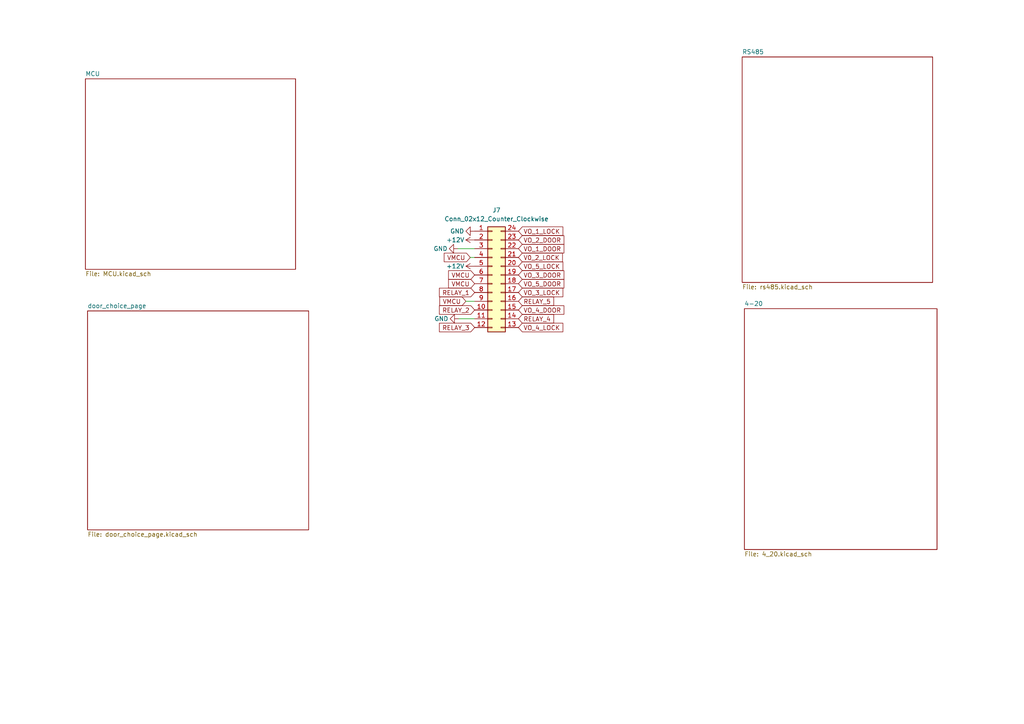
<source format=kicad_sch>
(kicad_sch (version 20211123) (generator eeschema)
  (paper "A4")
  (lib_symbols
    (symbol "Connector_Generic:Conn_02x12_Counter_Clockwise" (pin_names (offset 1.016) hide)
      (property "Reference" "J" (at 1.27 15.24 0))
      (property "Value" "Conn_02x12_Counter_Clockwise" (at 1.27 -17.78 0))
      (symbol "Conn_02x12_Counter_Clockwise_1_1"
        (rectangle (start -1.27 -15.113) (end 0 -15.367) (stroke (width 0.1524)))
        (rectangle (start -1.27 -12.573) (end 0 -12.827) (stroke (width 0.1524)))
        (rectangle (start -1.27 -10.033) (end 0 -10.287) (stroke (width 0.1524)))
        (rectangle (start -1.27 -7.493) (end 0 -7.747) (stroke (width 0.1524)))
        (rectangle (start -1.27 -4.953) (end 0 -5.207) (stroke (width 0.1524)))
        (rectangle (start -1.27 -2.413) (end 0 -2.667) (stroke (width 0.1524)))
        (rectangle (start -1.27 0.127) (end 0 -0.127) (stroke (width 0.1524)))
        (rectangle (start -1.27 2.667) (end 0 2.413) (stroke (width 0.1524)))
        (rectangle (start -1.27 5.207) (end 0 4.953) (stroke (width 0.1524)))
        (rectangle (start -1.27 7.747) (end 0 7.493) (stroke (width 0.1524)))
        (rectangle (start -1.27 10.287) (end 0 10.033) (stroke (width 0.1524)))
        (rectangle (start -1.27 12.827) (end 0 12.573) (stroke (width 0.1524)))
        (rectangle (start -1.27 13.97) (end 3.81 -16.51) (stroke (width 0.254)) (fill (type background)))
        (rectangle (start 3.81 -15.113) (end 2.54 -15.367) (stroke (width 0.1524)))
        (rectangle (start 3.81 -12.573) (end 2.54 -12.827) (stroke (width 0.1524)))
        (rectangle (start 3.81 -10.033) (end 2.54 -10.287) (stroke (width 0.1524)))
        (rectangle (start 3.81 -7.493) (end 2.54 -7.747) (stroke (width 0.1524)))
        (rectangle (start 3.81 -4.953) (end 2.54 -5.207) (stroke (width 0.1524)))
        (rectangle (start 3.81 -2.413) (end 2.54 -2.667) (stroke (width 0.1524)))
        (rectangle (start 3.81 0.127) (end 2.54 -0.127) (stroke (width 0.1524)))
        (rectangle (start 3.81 2.667) (end 2.54 2.413) (stroke (width 0.1524)))
        (rectangle (start 3.81 5.207) (end 2.54 4.953) (stroke (width 0.1524)))
        (rectangle (start 3.81 7.747) (end 2.54 7.493) (stroke (width 0.1524)))
        (rectangle (start 3.81 10.287) (end 2.54 10.033) (stroke (width 0.1524)))
        (rectangle (start 3.81 12.827) (end 2.54 12.573) (stroke (width 0.1524)))
        (pin passive line (at -5.08 12.7 0) (length 3.81) (name "Pin_1") (number "1"))
        (pin passive line (at -5.08 -10.16 0) (length 3.81) (name "Pin_10") (number "10"))
        (pin passive line (at -5.08 -12.7 0) (length 3.81) (name "Pin_11") (number "11"))
        (pin passive line (at -5.08 -15.24 0) (length 3.81) (name "Pin_12") (number "12"))
        (pin passive line (at 7.62 -15.24 180) (length 3.81) (name "Pin_13") (number "13"))
        (pin passive line (at 7.62 -12.7 180) (length 3.81) (name "Pin_14") (number "14"))
        (pin passive line (at 7.62 -10.16 180) (length 3.81) (name "Pin_15") (number "15"))
        (pin passive line (at 7.62 -7.62 180) (length 3.81) (name "Pin_16") (number "16"))
        (pin passive line (at 7.62 -5.08 180) (length 3.81) (name "Pin_17") (number "17"))
        (pin passive line (at 7.62 -2.54 180) (length 3.81) (name "Pin_18") (number "18"))
        (pin passive line (at 7.62 0 180) (length 3.81) (name "Pin_19") (number "19"))
        (pin passive line (at -5.08 10.16 0) (length 3.81) (name "Pin_2") (number "2"))
        (pin passive line (at 7.62 2.54 180) (length 3.81) (name "Pin_20") (number "20"))
        (pin passive line (at 7.62 5.08 180) (length 3.81) (name "Pin_21") (number "21"))
        (pin passive line (at 7.62 7.62 180) (length 3.81) (name "Pin_22") (number "22"))
        (pin passive line (at 7.62 10.16 180) (length 3.81) (name "Pin_23") (number "23"))
        (pin passive line (at 7.62 12.7 180) (length 3.81) (name "Pin_24") (number "24"))
        (pin passive line (at -5.08 7.62 0) (length 3.81) (name "Pin_3") (number "3"))
        (pin passive line (at -5.08 5.08 0) (length 3.81) (name "Pin_4") (number "4"))
        (pin passive line (at -5.08 2.54 0) (length 3.81) (name "Pin_5") (number "5"))
        (pin passive line (at -5.08 0 0) (length 3.81) (name "Pin_6") (number "6"))
        (pin passive line (at -5.08 -2.54 0) (length 3.81) (name "Pin_7") (number "7"))
        (pin passive line (at -5.08 -5.08 0) (length 3.81) (name "Pin_8") (number "8"))
        (pin passive line (at -5.08 -7.62 0) (length 3.81) (name "Pin_9") (number "9"))
      )
    )
    (symbol "power:+12V" (power) (pin_names (offset 0))
      (property "Value" "+12V" (at 0 3.556 0))
      (symbol "+12V_0_1"
        (polyline (pts (xy -0.762 1.27) (xy 0 2.54)))
        (polyline (pts (xy 0 0) (xy 0 2.54)))
        (polyline (pts (xy 0 2.54) (xy 0.762 1.27)))
      )
      (symbol "+12V_1_1"
        (pin power_in line (at 0 0 90) (length 0) hide (name "+12V") (number "1"))
      )
    )
    (symbol "power:GND" (power) (pin_names (offset 0))
      (property "Value" "GND" (at 0 -3.81 0))
      (symbol "GND_0_1"
        (polyline (pts (xy 0 0) (xy 0 -1.27) (xy 1.27 -1.27) (xy 0 -2.54) (xy -1.27 -1.27) (xy 0 -1.27)))
      )
      (symbol "GND_1_1"
        (pin power_in line (at 0 0 270) (length 0) hide (name "GND") (number "1"))
      )
    )
  )
  (wire (pts (xy 135.128 87.376) (xy 137.668 87.376)))
  (wire (pts (xy 132.842 72.136) (xy 137.668 72.136)))
  (wire (pts (xy 133.096 92.456) (xy 137.668 92.456)))
  (wire (pts (xy 136.398 74.676) (xy 137.668 74.676)))
  (global_label "VO_3_DOOR" (shape input) (at 150.368 79.756 0) (property "Intersheet References" "${INTERSHEET_REFS}" (effects hide)))
  (global_label "VO_1_LOCK" (shape input) (at 150.368 67.056 0) (property "Intersheet References" "${INTERSHEET_REFS}" (effects hide)))
  (global_label "VMCU" (shape input) (at 137.668 82.296 180) (property "Intersheet References" "${INTERSHEET_REFS}" (effects hide)))
  (global_label "VO_4_DOOR" (shape input) (at 150.368 89.916 0) (property "Intersheet References" "${INTERSHEET_REFS}" (effects hide)))
  (global_label "RELAY_1" (shape input) (at 137.668 84.836 180) (property "Intersheet References" "${INTERSHEET_REFS}" (effects hide)))
  (global_label "VMCU" (shape input) (at 135.128 87.376 180) (property "Intersheet References" "${INTERSHEET_REFS}" (effects hide)))
  (global_label "RELAY_4" (shape input) (at 150.368 92.456 0) (property "Intersheet References" "${INTERSHEET_REFS}" (effects hide)))
  (global_label "V0_2_LOCK" (shape input) (at 150.368 74.676 0) (property "Intersheet References" "${INTERSHEET_REFS}" (effects hide)))
  (global_label "VO_4_LOCK" (shape input) (at 150.368 94.996 0) (property "Intersheet References" "${INTERSHEET_REFS}" (effects hide)))
  (global_label "VO_3_LOCK" (shape input) (at 150.368 84.836 0) (property "Intersheet References" "${INTERSHEET_REFS}" (effects hide)))
  (global_label "VO_2_DOOR" (shape input) (at 150.368 69.596 0) (property "Intersheet References" "${INTERSHEET_REFS}" (effects hide)))
  (global_label "VMCU" (shape input) (at 137.668 79.756 180) (property "Intersheet References" "${INTERSHEET_REFS}" (effects hide)))
  (global_label "VO_1_DOOR" (shape input) (at 150.368 72.136 0) (property "Intersheet References" "${INTERSHEET_REFS}" (effects hide)))
  (global_label "VO_5_LOCK" (shape input) (at 150.368 77.216 0) (property "Intersheet References" "${INTERSHEET_REFS}" (effects hide)))
  (global_label "VMCU" (shape input) (at 136.398 74.676 180) (property "Intersheet References" "${INTERSHEET_REFS}" (effects hide)))
  (global_label "RELAY_3" (shape input) (at 137.668 94.996 180) (property "Intersheet References" "${INTERSHEET_REFS}" (effects hide)))
  (global_label "RELAY_2" (shape input) (at 137.668 89.916 180) (property "Intersheet References" "${INTERSHEET_REFS}" (effects hide)))
  (global_label "RELAY_5" (shape input) (at 150.368 87.376 0) (property "Intersheet References" "${INTERSHEET_REFS}" (effects hide)))
  (global_label "VO_5_DOOR" (shape input) (at 150.368 82.296 0) (property "Intersheet References" "${INTERSHEET_REFS}" (effects hide)))
  (symbol (lib_id "power:GND") (at 137.668 67.056 270) (unit 1)
    (property "Reference" "#PWR0110" (effects hide))
    (property "Value" "GND" (at 132.588 67.056 90))
  )
  (symbol (lib_id "power:GND") (at 133.096 92.456 270) (unit 1)
    (property "Reference" "#PWR0114" (effects hide))
    (property "Value" "GND" (at 128.016 92.456 90))
  )
  (symbol (lib_id "power:+12V") (at 137.668 69.596 90) (unit 1)
    (property "Reference" "#PWR0118" (effects hide))
    (property "Value" "+12V" (at 129.413 69.596 90) (effects (justify right)))
  )
  (symbol (lib_id "power:GND") (at 132.842 72.136 270) (unit 1)
    (property "Reference" "#PWR0111" (effects hide))
    (property "Value" "GND" (at 127.762 72.136 90))
  )
  (symbol (lib_id "power:+12V") (at 137.668 77.216 90) (unit 1)
    (property "Reference" "#PWR0115" (effects hide))
    (property "Value" "+12V" (at 129.413 77.216 90) (effects (justify right)))
  )
  (symbol (lib_id "Connector_Generic:Conn_02x12_Counter_Clockwise") (at 142.748 79.756 0) (unit 1)
    (property "Reference" "J7" (at 144.018 60.96 0))
    (property "Value" "Conn_02x12_Counter_Clockwise" (at 144.018 63.5 0))
    (property "Footprint" "Connector_PinHeader_2.54mm:PinHeader_2x12_P2.54mm_Vertical" (effects hide))
  )
  (sheet (at 215.265 16.51) (size 55.245 65.405) (stroke (width 0.1524))
    (property "Sheet name" "RS485" (at 215.265 15.7984 0) (effects (justify left bottom)))
    (property "Sheet file" "rs485.kicad_sch" (at 215.265 82.4996 0) (effects (justify left top)))
  )
  (sheet (at 24.765 22.86) (size 60.96 55.245) (stroke (width 0.1524))
    (property "Sheet name" "MCU" (at 24.765 22.1484 0) (effects (justify left bottom)))
    (property "Sheet file" "MCU.kicad_sch" (at 24.765 78.6896 0) (effects (justify left top)))
  )
  (sheet (at 25.4 90.17) (size 64.135 63.5) (stroke (width 0.1524))
    (property "Sheet name" "door_choice_page" (at 25.4 89.4584 0) (effects (justify left bottom)))
    (property "Sheet file" "door_choice_page.kicad_sch" (at 25.4 154.2546 0) (effects (justify left top)))
  )
  (sheet (at 215.9 89.535) (size 55.88 69.85) (stroke (width 0.1524))
    (property "Sheet name" "4-20" (at 215.9 88.8234 0) (effects (justify left bottom)))
    (property "Sheet file" "4_20.kicad_sch" (at 215.9 159.9696 0) (effects (justify left top)))
  )
)
</source>
